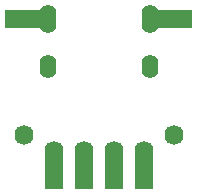
<source format=gbr>
%TF.GenerationSoftware,KiCad,Pcbnew,7.0.1*%
%TF.CreationDate,2023-06-12T18:20:00+05:30*%
%TF.ProjectId,type-C-Breakout,74797065-2d43-42d4-9272-65616b6f7574,rev?*%
%TF.SameCoordinates,Original*%
%TF.FileFunction,Soldermask,Bot*%
%TF.FilePolarity,Negative*%
%FSLAX46Y46*%
G04 Gerber Fmt 4.6, Leading zero omitted, Abs format (unit mm)*
G04 Created by KiCad (PCBNEW 7.0.1) date 2023-06-12 18:20:00*
%MOMM*%
%LPD*%
G01*
G04 APERTURE LIST*
%ADD10R,1.600000X3.200000*%
%ADD11O,1.600000X1.700000*%
%ADD12R,3.200000X1.600000*%
%ADD13C,1.400000*%
G04 APERTURE END LIST*
D10*
%TO.C,J2*%
X129720000Y-99542500D03*
D11*
X129720000Y-97932500D03*
D10*
X132260000Y-99542500D03*
D11*
X132260000Y-97932500D03*
D10*
X134800000Y-99542500D03*
D11*
X134800000Y-97932500D03*
D10*
X137340000Y-99542500D03*
D11*
X137340000Y-97932500D03*
%TD*%
D12*
%TO.C,*%
X127166202Y-86712260D03*
%TD*%
D13*
%TO.C,J1*%
X137835000Y-90995000D03*
X137835000Y-90405000D03*
X137835000Y-87205000D03*
X137835000Y-86700000D03*
X137835000Y-86205000D03*
X129195000Y-90995000D03*
X129195000Y-90405000D03*
X129195000Y-87195000D03*
X129195000Y-86700000D03*
X129195000Y-86205000D03*
%TD*%
D11*
%TO.C,*%
X127163303Y-96529623D03*
%TD*%
%TO.C,*%
X139866806Y-96520000D03*
%TD*%
D12*
%TO.C,*%
X139855966Y-86708435D03*
%TD*%
M02*

</source>
